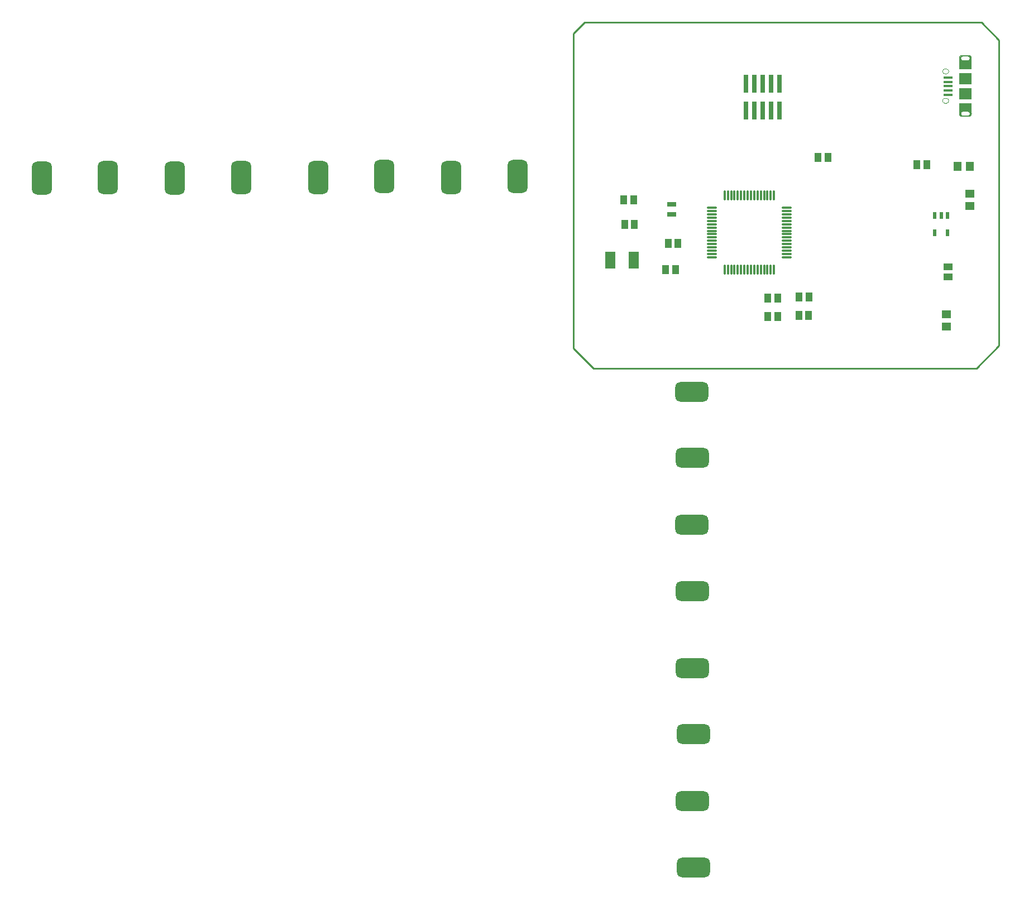
<source format=gtp>
G04*
G04 #@! TF.GenerationSoftware,Altium Limited,Altium Designer,20.1.14 (287)*
G04*
G04 Layer_Color=8421504*
%FSLAX44Y44*%
%MOMM*%
G71*
G04*
G04 #@! TF.SameCoordinates,CA8EEEFF-CF9A-467A-A5D5-F1C28A067739*
G04*
G04*
G04 #@! TF.FilePolarity,Positive*
G04*
G01*
G75*
%ADD10C,0.2000*%
%ADD11C,0.3000*%
%ADD12C,0.1000*%
%ADD13C,0.2540*%
G04:AMPARAMS|DCode=14|XSize=5mm|YSize=3mm|CornerRadius=0.75mm|HoleSize=0mm|Usage=FLASHONLY|Rotation=90.000|XOffset=0mm|YOffset=0mm|HoleType=Round|Shape=RoundedRectangle|*
%AMROUNDEDRECTD14*
21,1,5.0000,1.5000,0,0,90.0*
21,1,3.5000,3.0000,0,0,90.0*
1,1,1.5000,0.7500,1.7500*
1,1,1.5000,0.7500,-1.7500*
1,1,1.5000,-0.7500,-1.7500*
1,1,1.5000,-0.7500,1.7500*
%
%ADD14ROUNDEDRECTD14*%
G04:AMPARAMS|DCode=15|XSize=5mm|YSize=3mm|CornerRadius=0.75mm|HoleSize=0mm|Usage=FLASHONLY|Rotation=0.000|XOffset=0mm|YOffset=0mm|HoleType=Round|Shape=RoundedRectangle|*
%AMROUNDEDRECTD15*
21,1,5.0000,1.5000,0,0,0.0*
21,1,3.5000,3.0000,0,0,0.0*
1,1,1.5000,1.7500,-0.7500*
1,1,1.5000,-1.7500,-0.7500*
1,1,1.5000,-1.7500,0.7500*
1,1,1.5000,1.7500,0.7500*
%
%ADD15ROUNDEDRECTD15*%
%ADD16R,1.9000X1.1750*%
%ADD17R,1.9000X1.8000*%
%ADD18R,1.3500X0.4000*%
G04:AMPARAMS|DCode=19|XSize=1.49mm|YSize=0.28mm|CornerRadius=0.07mm|HoleSize=0mm|Usage=FLASHONLY|Rotation=270.000|XOffset=0mm|YOffset=0mm|HoleType=Round|Shape=RoundedRectangle|*
%AMROUNDEDRECTD19*
21,1,1.4900,0.1400,0,0,270.0*
21,1,1.3500,0.2800,0,0,270.0*
1,1,0.1400,-0.0700,-0.6750*
1,1,0.1400,-0.0700,0.6750*
1,1,0.1400,0.0700,0.6750*
1,1,0.1400,0.0700,-0.6750*
%
%ADD19ROUNDEDRECTD19*%
G04:AMPARAMS|DCode=20|XSize=1.49mm|YSize=0.28mm|CornerRadius=0.07mm|HoleSize=0mm|Usage=FLASHONLY|Rotation=180.000|XOffset=0mm|YOffset=0mm|HoleType=Round|Shape=RoundedRectangle|*
%AMROUNDEDRECTD20*
21,1,1.4900,0.1400,0,0,180.0*
21,1,1.3500,0.2800,0,0,180.0*
1,1,0.1400,-0.6750,0.0700*
1,1,0.1400,0.6750,0.0700*
1,1,0.1400,0.6750,-0.0700*
1,1,0.1400,-0.6750,-0.0700*
%
%ADD20ROUNDEDRECTD20*%
%ADD21R,1.4000X0.7500*%
%ADD22R,0.7366X2.7940*%
%ADD23R,1.4000X1.2000*%
%ADD24R,1.2000X1.4000*%
%ADD25R,0.5080X1.0033*%
%ADD26R,1.5000X2.5000*%
%ADD27R,1.1000X1.4000*%
%ADD28R,1.4000X1.1000*%
D10*
X1719270Y1395380D02*
G03*
X1717770Y1396880I-1500J0D01*
G01*
X1703770D02*
G03*
X1702270Y1395380I0J-1500D01*
G01*
X1707270Y1396880D02*
G03*
X1703270Y1392880I0J-4000D01*
G01*
X1718270D02*
G03*
X1714270Y1396880I-4000J0D01*
G01*
X1717770Y1305380D02*
G03*
X1719270Y1306880I0J1500D01*
G01*
X1702270D02*
G03*
X1703770Y1305380I1500J0D01*
G01*
X1703270Y1309380D02*
G03*
X1707270Y1305380I4000J0D01*
G01*
X1714270D02*
G03*
X1718270Y1309380I0J4000D01*
G01*
X1702270Y1387880D02*
X1719270D01*
Y1395380D01*
X1703770Y1396880D02*
X1717770D01*
X1702270Y1387880D02*
Y1395380D01*
X1707270Y1396880D02*
X1714270D01*
X1702270Y1314380D02*
X1719270D01*
Y1306880D02*
Y1314380D01*
X1703770Y1305380D02*
X1717770D01*
X1702270Y1306880D02*
Y1314380D01*
X1707270Y1305380D02*
X1714270D01*
D11*
Y1388380D02*
G03*
X1718770Y1392880I0J4500D01*
G01*
X1702770D02*
G03*
X1707270Y1388380I4500J0D01*
G01*
X1718770Y1309380D02*
G03*
X1714270Y1313880I-4500J0D01*
G01*
X1707270D02*
G03*
X1702770Y1309380I0J-4500D01*
G01*
X1707270Y1388380D02*
X1714270D01*
X1707270Y1313880D02*
X1714270D01*
D12*
X1676020Y1373380D02*
G03*
X1679770Y1369630I3750J0D01*
G01*
X1681770D02*
G03*
X1685520Y1373380I0J3750D01*
G01*
D02*
G03*
X1681770Y1377130I-3750J0D01*
G01*
X1679770D02*
G03*
X1676020Y1373380I0J-3750D01*
G01*
Y1328880D02*
G03*
X1679770Y1325130I3750J0D01*
G01*
X1681770D02*
G03*
X1685520Y1328880I0J3750D01*
G01*
D02*
G03*
X1681770Y1332630I-3750J0D01*
G01*
X1679770D02*
G03*
X1676020Y1328880I0J-3750D01*
G01*
X1679770Y1369630D02*
X1681770D01*
X1679770Y1377130D02*
X1681770D01*
X1679770Y1325130D02*
X1681770D01*
X1679770Y1332630D02*
X1681770D01*
D13*
X1116330Y1402080D02*
Y1431290D01*
X1132840Y1447800D01*
X1734820D01*
X1761490Y1421130D01*
Y957580D02*
Y1421130D01*
X1727200Y923290D02*
X1761490Y957580D01*
X1146810Y923290D02*
X1727200D01*
X1116330Y953770D02*
X1146810Y923290D01*
X1116330Y953770D02*
Y1402080D01*
D14*
X309880Y1211580D02*
D03*
X410210Y1212850D02*
D03*
X612140D02*
D03*
X511810Y1211580D02*
D03*
X930910Y1212850D02*
D03*
X1031240Y1214120D02*
D03*
X829310D02*
D03*
X728980Y1212850D02*
D03*
D15*
X1296670Y468630D02*
D03*
X1297940Y368300D02*
D03*
Y166370D02*
D03*
X1296670Y266700D02*
D03*
X1295400Y685800D02*
D03*
X1296670Y585470D02*
D03*
Y787400D02*
D03*
X1295400Y887730D02*
D03*
D16*
X1710770Y1382997D02*
D03*
Y1319263D02*
D03*
D17*
Y1339630D02*
D03*
Y1362630D02*
D03*
D18*
X1684020Y1338130D02*
D03*
Y1344630D02*
D03*
Y1364130D02*
D03*
Y1357630D02*
D03*
Y1351130D02*
D03*
D19*
X1345530Y1185730D02*
D03*
X1350530D02*
D03*
X1355530D02*
D03*
X1360530D02*
D03*
X1365530D02*
D03*
X1370530D02*
D03*
X1375530D02*
D03*
X1380530D02*
D03*
X1385530D02*
D03*
X1390530D02*
D03*
X1395530D02*
D03*
X1400530D02*
D03*
X1405530D02*
D03*
X1410530D02*
D03*
X1415530D02*
D03*
X1420530D02*
D03*
Y1072330D02*
D03*
X1415530D02*
D03*
X1410530D02*
D03*
X1405530D02*
D03*
X1400530D02*
D03*
X1395530D02*
D03*
X1390530D02*
D03*
X1385530D02*
D03*
X1380530D02*
D03*
X1375530D02*
D03*
X1370530D02*
D03*
X1365530D02*
D03*
X1360530D02*
D03*
X1355530D02*
D03*
X1350530D02*
D03*
X1345530D02*
D03*
D20*
X1439730Y1166530D02*
D03*
Y1161530D02*
D03*
Y1156530D02*
D03*
Y1151530D02*
D03*
Y1146530D02*
D03*
Y1141530D02*
D03*
Y1136530D02*
D03*
Y1131530D02*
D03*
Y1126530D02*
D03*
Y1121530D02*
D03*
Y1116530D02*
D03*
Y1111530D02*
D03*
Y1106530D02*
D03*
Y1101530D02*
D03*
Y1096530D02*
D03*
Y1091530D02*
D03*
X1326330D02*
D03*
Y1096530D02*
D03*
Y1101530D02*
D03*
Y1106530D02*
D03*
Y1111530D02*
D03*
Y1116530D02*
D03*
Y1121530D02*
D03*
Y1126530D02*
D03*
Y1131530D02*
D03*
Y1136530D02*
D03*
Y1141530D02*
D03*
Y1146530D02*
D03*
Y1151530D02*
D03*
Y1156530D02*
D03*
Y1161530D02*
D03*
Y1166530D02*
D03*
D21*
X1264920Y1156970D02*
D03*
Y1171570D02*
D03*
D22*
X1377950Y1314450D02*
D03*
Y1355090D02*
D03*
X1390650Y1314450D02*
D03*
Y1355090D02*
D03*
X1403350Y1314450D02*
D03*
Y1355090D02*
D03*
X1416050Y1314450D02*
D03*
Y1355090D02*
D03*
X1428750Y1314450D02*
D03*
Y1355090D02*
D03*
D23*
X1681480Y986680D02*
D03*
Y1004680D02*
D03*
X1717040Y1187670D02*
D03*
Y1169670D02*
D03*
D24*
X1699150Y1229360D02*
D03*
X1717150D02*
D03*
D25*
X1683360Y1155256D02*
D03*
X1673860D02*
D03*
X1664360D02*
D03*
Y1128204D02*
D03*
X1683360D02*
D03*
D26*
X1207490Y1087120D02*
D03*
X1172490D02*
D03*
D27*
X1208920Y1141730D02*
D03*
X1193920D02*
D03*
X1207650Y1178560D02*
D03*
X1192650D02*
D03*
X1652150Y1231900D02*
D03*
X1637150D02*
D03*
X1487290Y1243330D02*
D03*
X1502290D02*
D03*
X1458080Y1003300D02*
D03*
X1473080D02*
D03*
X1411210Y1029970D02*
D03*
X1426210D02*
D03*
X1410970Y1002030D02*
D03*
X1425970D02*
D03*
X1259960Y1112520D02*
D03*
X1274960D02*
D03*
X1256150Y1073150D02*
D03*
X1271150D02*
D03*
X1458200Y1031240D02*
D03*
X1473200D02*
D03*
D28*
X1684020Y1076840D02*
D03*
Y1061840D02*
D03*
M02*

</source>
